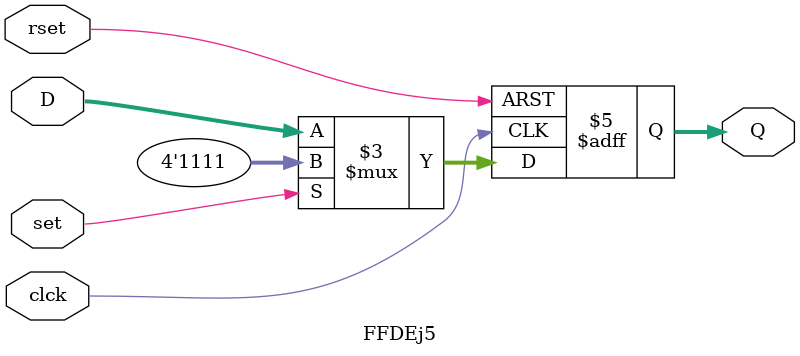
<source format=v>

module FFDEj5(input wire clck, rset, set, 
			  input wire [3:0] D, 
			  output reg [3:0] Q);
always @ (posedge clck or posedge rset) begin
	if (rset)begin 
		Q <= 4'b0;
	end
	else if (set) begin
		Q <= 4'b1111;/* code */
	end
	else
		Q <= D;
	end

endmodule
</source>
